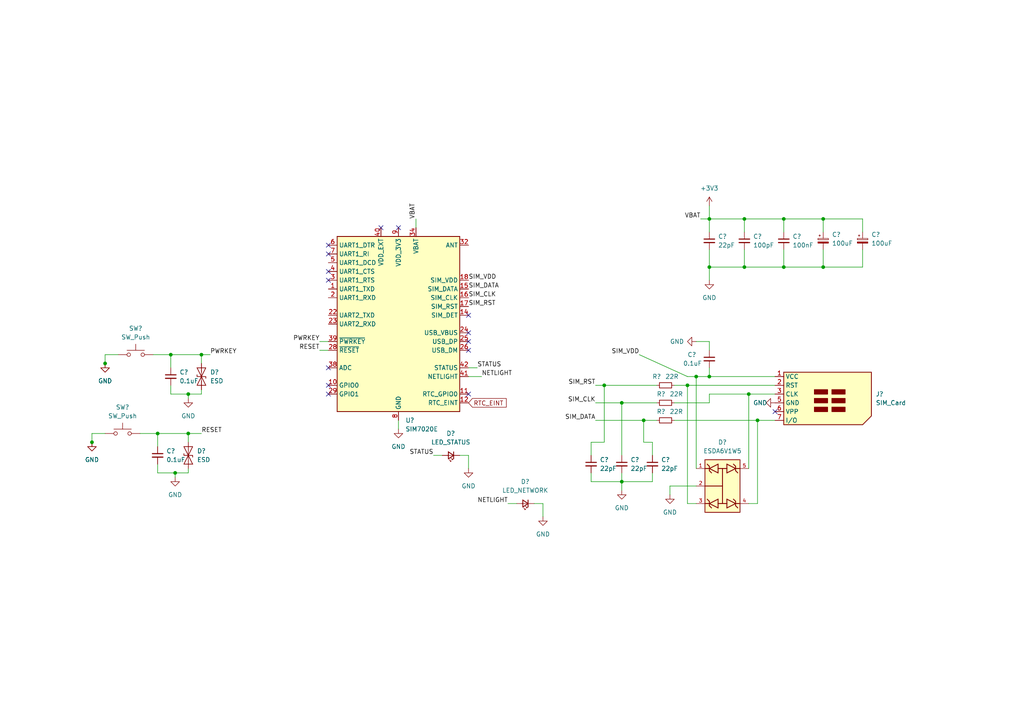
<source format=kicad_sch>
(kicad_sch (version 20211123) (generator eeschema)
  (paper "A4")
  (title_block (title "SIM7020E_SHEET") (date "2022-05-30") (rev "VERSION 1") (company "NANOHERTZ"))
  (lib_symbols
    (symbol "Connector:SIM_Card"
      (property "Reference" "J" (at -2.54 12.7 0))
      (property "Value" "SIM_Card" (at -1.27 10.16 0))
      (symbol "SIM_Card_0_1"
        (rectangle (start -1.27 -2.54) (end 2.54 -1.27) (stroke (width 0.254)) (fill (type outline)))
        (rectangle (start -1.27 0) (end 2.54 1.27) (stroke (width 0.254)) (fill (type outline)))
        (rectangle (start -1.27 2.54) (end 2.54 3.81) (stroke (width 0.254)) (fill (type outline)))
        (polyline (pts (xy -10.16 8.89) (xy 15.24 8.89) (xy 15.24 -3.81) (xy 12.7 -6.35) (xy -10.16 -6.35) (xy -10.16 8.89)) (stroke (width 0.254)) (fill (type background)))
        (rectangle (start 3.81 -1.27) (end 7.62 -2.54) (stroke (width 0.254)) (fill (type outline)))
        (rectangle (start 3.81 0) (end 7.62 1.27) (stroke (width 0.254)) (fill (type outline)))
        (rectangle (start 3.81 2.54) (end 7.62 3.81) (stroke (width 0.254)) (fill (type outline)))
      )
      (symbol "SIM_Card_1_1"
        (pin power_in line (at -12.7 7.62 0) (length 2.54) (name "VCC") (number "1"))
        (pin input line (at -12.7 5.08 0) (length 2.54) (name "RST") (number "2"))
        (pin input line (at -12.7 2.54 0) (length 2.54) (name "CLK") (number "3"))
        (pin power_in line (at -12.7 0 0) (length 2.54) (name "GND") (number "5"))
        (pin input line (at -12.7 -2.54 0) (length 2.54) (name "VPP") (number "6"))
        (pin bidirectional line (at -12.7 -5.08 0) (length 2.54) (name "I/O") (number "7"))
      )
    )
    (symbol "Device:C_Polarized_Small" (pin_numbers hide) (pin_names (offset 0.254) hide)
      (property "Reference" "C" (at 0.254 1.778 0))
      (property "Value" "C_Polarized_Small" (at 0.254 -2.032 0))
      (symbol "C_Polarized_Small_0_1"
        (rectangle (start -1.524 -0.3048) (end 1.524 -0.6858) (fill (type outline)))
        (rectangle (start -1.524 0.6858) (end 1.524 0.3048))
        (polyline (pts (xy -1.27 1.524) (xy -0.762 1.524)))
        (polyline (pts (xy -1.016 1.27) (xy -1.016 1.778)))
      )
      (symbol "C_Polarized_Small_1_1"
        (pin passive line (at 0 2.54 270) (length 1.8542) (name "~") (number "1"))
        (pin passive line (at 0 -2.54 90) (length 1.8542) (name "~") (number "2"))
      )
    )
    (symbol "Device:C_Small" (pin_numbers hide) (pin_names (offset 0.254) hide)
      (property "Reference" "C" (at 0.254 1.778 0))
      (property "Value" "C_Small" (at 0.254 -2.032 0))
      (symbol "C_Small_0_1"
        (polyline (pts (xy -1.524 -0.508) (xy 1.524 -0.508)) (stroke (width 0.3302)))
        (polyline (pts (xy -1.524 0.508) (xy 1.524 0.508)) (stroke (width 0.3048)))
      )
      (symbol "C_Small_1_1"
        (pin passive line (at 0 2.54 270) (length 2.032) (name "~") (number "1"))
        (pin passive line (at 0 -2.54 90) (length 2.032) (name "~") (number "2"))
      )
    )
    (symbol "Device:LED_Small" (pin_numbers hide) (pin_names (offset 0.254) hide)
      (property "Reference" "D" (at -1.27 3.175 0))
      (property "Value" "LED_Small" (at -4.445 -2.54 0))
      (symbol "LED_Small_0_1"
        (polyline (pts (xy -0.762 -1.016) (xy -0.762 1.016)) (stroke (width 0.254)))
        (polyline (pts (xy 1.016 0) (xy -0.762 0)))
        (polyline (pts (xy 0.762 -1.016) (xy -0.762 0) (xy 0.762 1.016) (xy 0.762 -1.016)) (stroke (width 0.254)))
        (polyline (pts (xy 0 0.762) (xy -0.508 1.27) (xy -0.254 1.27) (xy -0.508 1.27) (xy -0.508 1.016)))
        (polyline (pts (xy 0.508 1.27) (xy 0 1.778) (xy 0.254 1.778) (xy 0 1.778) (xy 0 1.524)))
      )
      (symbol "LED_Small_1_1"
        (pin passive line (at -2.54 0 0) (length 1.778) (name "K") (number "1"))
        (pin passive line (at 2.54 0 180) (length 1.778) (name "A") (number "2"))
      )
    )
    (symbol "Device:R_Small" (pin_numbers hide) (pin_names (offset 0.254) hide)
      (property "Reference" "R" (at 0.762 0.508 0))
      (property "Value" "R_Small" (at 0.762 -1.016 0))
      (symbol "R_Small_0_1"
        (rectangle (start -0.762 1.778) (end 0.762 -1.778) (stroke (width 0.2032)))
      )
      (symbol "R_Small_1_1"
        (pin passive line (at 0 2.54 270) (length 0.762) (name "~") (number "1"))
        (pin passive line (at 0 -2.54 90) (length 0.762) (name "~") (number "2"))
      )
    )
    (symbol "Diode:ESD9B3.3ST5G" (pin_numbers hide) (pin_names (offset 1.016) hide)
      (property "Reference" "D" (at 0 2.54 0))
      (property "Value" "ESD9B3.3ST5G" (at 0 -2.54 0))
      (symbol "ESD9B3.3ST5G_0_1"
        (polyline (pts (xy 1.27 0) (xy -1.27 0)))
        (polyline (pts (xy -2.54 -1.27) (xy 0 0) (xy -2.54 1.27) (xy -2.54 -1.27)) (stroke (width 0.2032)))
        (polyline (pts (xy 0.508 1.27) (xy 0 1.27) (xy 0 -1.27) (xy -0.508 -1.27)) (stroke (width 0.2032)))
        (polyline (pts (xy 2.54 1.27) (xy 2.54 -1.27) (xy 0 0) (xy 2.54 1.27)) (stroke (width 0.2032)))
      )
      (symbol "ESD9B3.3ST5G_1_1"
        (pin passive line (at -3.81 0 0) (length 2.54) (name "A1") (number "1"))
        (pin passive line (at 3.81 0 180) (length 2.54) (name "A2") (number "2"))
      )
    )
    (symbol "ESDA6V1W5:ESDA6V1W5" (pin_names (offset 1.016) hide)
      (property "Reference" "D" (at -5.08 8.89 0))
      (property "Value" "ESDA6V1W5" (at -5.08 -8.89 0))
      (symbol "ESDA6V1W5_0_0"
        (rectangle (start -5.08 -7.62) (end 5.08 7.62) (stroke (width 0.254)) (fill (type background)))
        (polyline (pts (xy -5.08 -5.08) (xy -3.81 -5.08)) (stroke (width 0.254)))
        (polyline (pts (xy -5.08 5.08) (xy -3.81 5.08)) (stroke (width 0.254)))
        (polyline (pts (xy -3.81 -5.715) (xy -3.81 -5.08)) (stroke (width 0.254)))
        (polyline (pts (xy -3.81 -5.08) (xy -3.81 -4.445)) (stroke (width 0.254)))
        (polyline (pts (xy -3.81 -5.08) (xy -1.27 -6.35)) (stroke (width 0.254)))
        (polyline (pts (xy -3.81 -4.445) (xy -4.445 -3.81)) (stroke (width 0.254)))
        (polyline (pts (xy -3.81 4.445) (xy -3.81 5.08)) (stroke (width 0.254)))
        (polyline (pts (xy -3.81 5.08) (xy -3.81 5.715)) (stroke (width 0.254)))
        (polyline (pts (xy -3.81 5.08) (xy -1.27 3.81)) (stroke (width 0.254)))
        (polyline (pts (xy -3.81 5.715) (xy -4.445 6.35)) (stroke (width 0.254)))
        (polyline (pts (xy -3.175 -6.35) (xy -3.81 -5.715)) (stroke (width 0.254)))
        (polyline (pts (xy -3.175 3.81) (xy -3.81 4.445)) (stroke (width 0.254)))
        (polyline (pts (xy -1.27 -6.35) (xy -1.27 -5.08)) (stroke (width 0.254)))
        (polyline (pts (xy -1.27 -5.08) (xy -1.27 -3.81)) (stroke (width 0.254)))
        (polyline (pts (xy -1.27 -3.81) (xy -3.81 -5.08)) (stroke (width 0.254)))
        (polyline (pts (xy -1.27 3.81) (xy -1.27 5.08)) (stroke (width 0.254)))
        (polyline (pts (xy -1.27 5.08) (xy -1.27 6.35)) (stroke (width 0.254)))
        (polyline (pts (xy -1.27 6.35) (xy -3.81 5.08)) (stroke (width 0.254)))
        (polyline (pts (xy 0 -5.08) (xy -1.27 -5.08)) (stroke (width 0.254)))
        (polyline (pts (xy 0 0) (xy -5.08 0)) (stroke (width 0.254)))
        (polyline (pts (xy 0 0) (xy 0 -5.08)) (stroke (width 0.254)))
        (polyline (pts (xy 0 5.08) (xy -1.27 5.08)) (stroke (width 0.254)))
        (polyline (pts (xy 0 5.08) (xy 0 0)) (stroke (width 0.254)))
        (polyline (pts (xy 1.27 -6.35) (xy 3.81 -5.08)) (stroke (width 0.254)))
        (polyline (pts (xy 1.27 -5.08) (xy 0 -5.08)) (stroke (width 0.254)))
        (polyline (pts (xy 1.27 -5.08) (xy 1.27 -6.35)) (stroke (width 0.254)))
        (polyline (pts (xy 1.27 -3.81) (xy 1.27 -5.08)) (stroke (width 0.254)))
        (polyline (pts (xy 1.27 3.81) (xy 3.81 5.08)) (stroke (width 0.254)))
        (polyline (pts (xy 1.27 5.08) (xy 0 5.08)) (stroke (width 0.254)))
        (polyline (pts (xy 1.27 5.08) (xy 1.27 3.81)) (stroke (width 0.254)))
        (polyline (pts (xy 1.27 6.35) (xy 1.27 5.08)) (stroke (width 0.254)))
        (polyline (pts (xy 3.175 -3.81) (xy 3.81 -4.445)) (stroke (width 0.254)))
        (polyline (pts (xy 3.175 6.35) (xy 3.81 5.715)) (stroke (width 0.254)))
        (polyline (pts (xy 3.81 -5.715) (xy 4.445 -6.35)) (stroke (width 0.254)))
        (polyline (pts (xy 3.81 -5.08) (xy 1.27 -3.81)) (stroke (width 0.254)))
        (polyline (pts (xy 3.81 -5.08) (xy 3.81 -5.715)) (stroke (width 0.254)))
        (polyline (pts (xy 3.81 -4.445) (xy 3.81 -5.08)) (stroke (width 0.254)))
        (polyline (pts (xy 3.81 4.445) (xy 4.445 3.81)) (stroke (width 0.254)))
        (polyline (pts (xy 3.81 5.08) (xy 1.27 6.35)) (stroke (width 0.254)))
        (polyline (pts (xy 3.81 5.08) (xy 3.81 4.445)) (stroke (width 0.254)))
        (polyline (pts (xy 3.81 5.715) (xy 3.81 5.08)) (stroke (width 0.254)))
        (polyline (pts (xy 5.08 -5.08) (xy 3.81 -5.08)) (stroke (width 0.254)))
        (polyline (pts (xy 5.08 5.08) (xy 3.81 5.08)) (stroke (width 0.254)))
        (pin passive line (at -7.62 5.08 0) (length 2.54) (name "~") (number "1"))
        (pin passive line (at -7.62 0 0) (length 2.54) (name "~") (number "2"))
        (pin passive line (at -7.62 -5.08 0) (length 2.54) (name "~") (number "3"))
        (pin passive line (at 7.62 -5.08 180) (length 2.54) (name "~") (number "4"))
        (pin passive line (at 7.62 5.08 180) (length 2.54) (name "~") (number "5"))
      )
    )
    (symbol "RF_GSM:SIM7020E"
      (property "Reference" "U" (at -15.24 26.67 0))
      (property "Value" "SIM7020E" (at 12.7 26.67 0))
      (symbol "SIM7020E_0_1"
        (rectangle (start -17.78 25.4) (end 17.78 -25.4) (stroke (width 0.254)) (fill (type background)))
      )
      (symbol "SIM7020E_1_1"
        (pin output line (at -20.32 10.16 0) (length 2.54) (name "UART1_TXD") (number "1"))
        (pin bidirectional line (at -20.32 -17.78 0) (length 2.54) (name "GPIO0") (number "10"))
        (pin output line (at 20.32 -20.32 180) (length 2.54) (name "RTC_GPIO0") (number "11"))
        (pin input line (at 20.32 -22.86 180) (length 2.54) (name "RTC_EINT") (number "12"))
        (pin passive line (at 0 -27.94 90) (length 2.54) hide (name "GND") (number "13"))
        (pin input line (at 20.32 2.54 180) (length 2.54) (name "SIM_DET") (number "14"))
        (pin bidirectional line (at 20.32 10.16 180) (length 2.54) (name "SIM_DATA") (number "15"))
        (pin output line (at 20.32 7.62 180) (length 2.54) (name "SIM_CLK") (number "16"))
        (pin output line (at 20.32 5.08 180) (length 2.54) (name "SIM_RST") (number "17"))
        (pin power_out line (at 20.32 12.7 180) (length 2.54) (name "SIM_VDD") (number "18"))
        (pin passive line (at 0 -27.94 90) (length 2.54) hide (name "GND") (number "19"))
        (pin input line (at -20.32 7.62 0) (length 2.54) (name "UART1_RXD") (number "2"))
        (pin no_connect line (at 17.78 17.78 180) (length 2.54) hide (name "NC") (number "20"))
        (pin passive line (at 0 -27.94 90) (length 2.54) hide (name "GND") (number "21"))
        (pin output line (at -20.32 2.54 0) (length 2.54) (name "UART2_TXD") (number "22"))
        (pin input line (at -20.32 0 0) (length 2.54) (name "UART2_RXD") (number "23"))
        (pin input line (at 20.32 -2.54 180) (length 2.54) (name "USB_VBUS") (number "24"))
        (pin bidirectional line (at 20.32 -5.08 180) (length 2.54) (name "USB_DP") (number "25"))
        (pin bidirectional line (at 20.32 -7.62 180) (length 2.54) (name "USB_DM") (number "26"))
        (pin passive line (at 0 -27.94 90) (length 2.54) hide (name "GND") (number "27"))
        (pin input line (at -20.32 -7.62 0) (length 2.54) (name "~{RESET}") (number "28"))
        (pin bidirectional line (at -20.32 -20.32 0) (length 2.54) (name "GPIO1") (number "29"))
        (pin input line (at -20.32 12.7 0) (length 2.54) (name "UART1_RTS") (number "3"))
        (pin passive line (at 0 -27.94 90) (length 2.54) hide (name "GND") (number "30"))
        (pin passive line (at 0 -27.94 90) (length 2.54) hide (name "GND") (number "31"))
        (pin passive line (at 20.32 22.86 180) (length 2.54) (name "ANT") (number "32"))
        (pin passive line (at 0 -27.94 90) (length 2.54) hide (name "GND") (number "33"))
        (pin power_in line (at 5.08 27.94 270) (length 2.54) (name "VBAT") (number "34"))
        (pin passive line (at 5.08 27.94 270) (length 2.54) hide (name "VBAT") (number "35"))
        (pin passive line (at 0 -27.94 90) (length 2.54) hide (name "GND") (number "36"))
        (pin passive line (at 0 -27.94 90) (length 2.54) hide (name "GND") (number "37"))
        (pin input line (at -20.32 -12.7 0) (length 2.54) (name "ADC") (number "38"))
        (pin input line (at -20.32 -5.08 0) (length 2.54) (name "~{PWRKEY}") (number "39"))
        (pin output line (at -20.32 15.24 0) (length 2.54) (name "UART1_CTS") (number "4"))
        (pin power_out line (at -5.08 27.94 270) (length 2.54) (name "VDD_EXT") (number "40"))
        (pin output line (at 20.32 -15.24 180) (length 2.54) (name "NETLIGHT") (number "41"))
        (pin output line (at 20.32 -12.7 180) (length 2.54) (name "STATUS") (number "42"))
        (pin output line (at -20.32 17.78 0) (length 2.54) (name "UART1_DCD") (number "5"))
        (pin input line (at -20.32 22.86 0) (length 2.54) (name "UART1_DTR") (number "6"))
        (pin output line (at -20.32 20.32 0) (length 2.54) (name "UART1_RI") (number "7"))
        (pin power_in line (at 0 -27.94 90) (length 2.54) (name "GND") (number "8"))
        (pin power_out line (at 0 27.94 270) (length 2.54) (name "VDD_3V3") (number "9"))
      )
    )
    (symbol "Switch:SW_Push" (pin_numbers hide) (pin_names (offset 1.016) hide)
      (property "Reference" "SW" (at 1.27 2.54 0))
      (property "Value" "SW_Push" (at 0 -1.524 0))
      (symbol "SW_Push_0_1"
        (circle (center -2.032 0) (radius 0.508))
        (polyline (pts (xy 0 1.27) (xy 0 3.048)))
        (polyline (pts (xy 2.54 1.27) (xy -2.54 1.27)))
        (circle (center 2.032 0) (radius 0.508))
        (pin passive line (at -5.08 0 0) (length 2.54) (name "1") (number "1"))
        (pin passive line (at 5.08 0 180) (length 2.54) (name "2") (number "2"))
      )
    )
    (symbol "power:+3.3V" (power) (pin_names (offset 0))
      (property "Value" "+3.3V" (at 0 3.556 0))
      (symbol "+3.3V_0_1"
        (polyline (pts (xy -0.762 1.27) (xy 0 2.54)))
        (polyline (pts (xy 0 0) (xy 0 2.54)))
        (polyline (pts (xy 0 2.54) (xy 0.762 1.27)))
      )
      (symbol "+3.3V_1_1"
        (pin power_in line (at 0 0 90) (length 0) hide (name "+3V3") (number "1"))
      )
    )
    (symbol "power:GND" (power) (pin_names (offset 0))
      (property "Value" "GND" (at 0 -3.81 0))
      (symbol "GND_0_1"
        (polyline (pts (xy 0 0) (xy 0 -1.27) (xy 1.27 -1.27) (xy 0 -2.54) (xy -1.27 -1.27) (xy 0 -1.27)))
      )
      (symbol "GND_1_1"
        (pin power_in line (at 0 0 270) (length 0) hide (name "GND") (number "1"))
      )
    )
  )
  (junction (at 217.17 114.3))
  (junction (at 49.53 102.87))
  (junction (at 238.76 63.5))
  (junction (at 205.74 77.47))
  (junction (at 58.42 102.87))
  (junction (at 215.9 63.5))
  (junction (at 54.61 114.3))
  (junction (at 227.33 63.5))
  (junction (at 201.93 109.22))
  (junction (at 175.26 111.76))
  (junction (at 45.72 125.73))
  (junction (at 205.74 63.5))
  (junction (at 180.34 139.7))
  (junction (at 215.9 77.47))
  (junction (at 50.8 137.16))
  (junction (at 227.33 77.47))
  (junction (at 26.67 128.27))
  (junction (at 205.74 109.22))
  (junction (at 30.48 105.41))
  (junction (at 219.71 121.92))
  (junction (at 186.69 121.92))
  (junction (at 180.34 116.84))
  (junction (at 54.61 125.73))
  (junction (at 199.39 111.76))
  (junction (at 238.76 77.47))
  (no_connect (at 95.25 111.76))
  (no_connect (at 95.25 114.3))
  (no_connect (at 95.25 81.28))
  (no_connect (at 95.25 78.74))
  (no_connect (at 135.89 96.52))
  (no_connect (at 135.89 99.06))
  (no_connect (at 135.89 101.6))
  (no_connect (at 224.79 119.38))
  (no_connect (at 135.89 114.3))
  (no_connect (at 110.49 66.04))
  (no_connect (at 115.57 66.04))
  (no_connect (at 95.25 71.12))
  (no_connect (at 95.25 73.66))
  (no_connect (at 135.89 91.44))
  (no_connect (at 95.25 106.68))
  (wire (pts (xy 205.74 106.68) (xy 205.74 109.22)))
  (wire (pts (xy 171.45 137.16) (xy 171.45 139.7)))
  (wire (pts (xy 205.74 101.6) (xy 205.74 99.06)))
  (wire (pts (xy 171.45 139.7) (xy 180.34 139.7)))
  (wire (pts (xy 180.34 116.84) (xy 180.34 132.08)))
  (wire (pts (xy 217.17 114.3) (xy 217.17 135.89)))
  (wire (pts (xy 217.17 146.05) (xy 219.71 146.05)))
  (wire (pts (xy 180.34 137.16) (xy 180.34 139.7)))
  (wire (pts (xy 34.29 102.87) (xy 30.48 102.87)))
  (wire (pts (xy 154.94 146.05) (xy 157.48 146.05)))
  (wire (pts (xy 40.64 125.73) (xy 45.72 125.73)))
  (wire (pts (xy 58.42 114.3) (xy 58.42 113.03)))
  (wire (pts (xy 135.89 109.22) (xy 139.7 109.22)))
  (wire (pts (xy 120.65 63.5) (xy 120.65 66.04)))
  (wire (pts (xy 30.48 125.73) (xy 26.67 125.73)))
  (wire (pts (xy 125.73 132.08) (xy 128.27 132.08)))
  (wire (pts (xy 92.71 101.6) (xy 95.25 101.6)))
  (wire (pts (xy 201.93 146.05) (xy 199.39 146.05)))
  (wire (pts (xy 238.76 77.47) (xy 227.33 77.47)))
  (wire (pts (xy 185.42 102.87) (xy 199.39 109.22)))
  (wire (pts (xy 54.61 114.3) (xy 58.42 114.3)))
  (wire (pts (xy 227.33 72.39) (xy 227.33 77.47)))
  (wire (pts (xy 201.93 109.22) (xy 205.74 109.22)))
  (wire (pts (xy 227.33 77.47) (xy 215.9 77.47)))
  (wire (pts (xy 250.19 63.5) (xy 250.19 67.31)))
  (wire (pts (xy 175.26 111.76) (xy 190.5 111.76)))
  (wire (pts (xy 215.9 72.39) (xy 215.9 77.47)))
  (wire (pts (xy 199.39 146.05) (xy 199.39 111.76)))
  (wire (pts (xy 45.72 125.73) (xy 45.72 129.54)))
  (wire (pts (xy 45.72 125.73) (xy 54.61 125.73)))
  (wire (pts (xy 205.74 109.22) (xy 224.79 109.22)))
  (wire (pts (xy 215.9 63.5) (xy 227.33 63.5)))
  (wire (pts (xy 44.45 102.87) (xy 49.53 102.87)))
  (wire (pts (xy 238.76 63.5) (xy 250.19 63.5)))
  (wire (pts (xy 219.71 146.05) (xy 219.71 121.92)))
  (wire (pts (xy 219.71 121.92) (xy 224.79 121.92)))
  (wire (pts (xy 227.33 63.5) (xy 238.76 63.5)))
  (wire (pts (xy 205.74 116.84) (xy 205.74 114.3)))
  (wire (pts (xy 189.23 139.7) (xy 189.23 137.16)))
  (wire (pts (xy 30.48 102.87) (xy 30.48 105.41)))
  (wire (pts (xy 217.17 114.3) (xy 224.79 114.3)))
  (wire (pts (xy 205.74 99.06) (xy 201.93 99.06)))
  (wire (pts (xy 203.2 63.5) (xy 205.74 63.5)))
  (wire (pts (xy 26.67 125.73) (xy 26.67 128.27)))
  (wire (pts (xy 180.34 139.7) (xy 189.23 139.7)))
  (wire (pts (xy 54.61 114.3) (xy 54.61 115.57)))
  (wire (pts (xy 205.74 77.47) (xy 205.74 81.28)))
  (wire (pts (xy 172.72 116.84) (xy 180.34 116.84)))
  (wire (pts (xy 238.76 72.39) (xy 238.76 77.47)))
  (wire (pts (xy 172.72 121.92) (xy 186.69 121.92)))
  (wire (pts (xy 180.34 116.84) (xy 190.5 116.84)))
  (wire (pts (xy 195.58 116.84) (xy 205.74 116.84)))
  (wire (pts (xy 189.23 132.08) (xy 189.23 128.27)))
  (wire (pts (xy 195.58 121.92) (xy 219.71 121.92)))
  (wire (pts (xy 54.61 137.16) (xy 54.61 135.89)))
  (wire (pts (xy 227.33 63.5) (xy 227.33 67.31)))
  (wire (pts (xy 54.61 125.73) (xy 54.61 128.27)))
  (wire (pts (xy 135.89 132.08) (xy 135.89 135.89)))
  (wire (pts (xy 49.53 102.87) (xy 49.53 106.68)))
  (wire (pts (xy 171.45 128.27) (xy 175.26 128.27)))
  (wire (pts (xy 205.74 67.31) (xy 205.74 63.5)))
  (wire (pts (xy 205.74 59.69) (xy 205.74 63.5)))
  (wire (pts (xy 205.74 114.3) (xy 217.17 114.3)))
  (wire (pts (xy 194.31 140.97) (xy 201.93 140.97)))
  (wire (pts (xy 157.48 146.05) (xy 157.48 149.86)))
  (wire (pts (xy 205.74 77.47) (xy 205.74 72.39)))
  (wire (pts (xy 50.8 137.16) (xy 54.61 137.16)))
  (wire (pts (xy 205.74 63.5) (xy 215.9 63.5)))
  (wire (pts (xy 58.42 102.87) (xy 60.96 102.87)))
  (wire (pts (xy 199.39 109.22) (xy 201.93 109.22)))
  (wire (pts (xy 133.35 132.08) (xy 135.89 132.08)))
  (wire (pts (xy 201.93 109.22) (xy 201.93 135.89)))
  (wire (pts (xy 58.42 102.87) (xy 58.42 105.41)))
  (wire (pts (xy 238.76 63.5) (xy 238.76 67.31)))
  (wire (pts (xy 138.43 106.68) (xy 135.89 106.68)))
  (wire (pts (xy 250.19 77.47) (xy 238.76 77.47)))
  (wire (pts (xy 180.34 139.7) (xy 180.34 142.24)))
  (wire (pts (xy 172.72 111.76) (xy 175.26 111.76)))
  (wire (pts (xy 49.53 111.76) (xy 49.53 114.3)))
  (wire (pts (xy 250.19 72.39) (xy 250.19 77.47)))
  (wire (pts (xy 215.9 63.5) (xy 215.9 67.31)))
  (wire (pts (xy 50.8 137.16) (xy 50.8 138.43)))
  (wire (pts (xy 49.53 102.87) (xy 58.42 102.87)))
  (wire (pts (xy 195.58 111.76) (xy 199.39 111.76)))
  (wire (pts (xy 199.39 111.76) (xy 224.79 111.76)))
  (wire (pts (xy 92.71 99.06) (xy 95.25 99.06)))
  (wire (pts (xy 45.72 134.62) (xy 45.72 137.16)))
  (wire (pts (xy 171.45 132.08) (xy 171.45 128.27)))
  (wire (pts (xy 175.26 128.27) (xy 175.26 111.76)))
  (wire (pts (xy 186.69 128.27) (xy 186.69 121.92)))
  (wire (pts (xy 49.53 114.3) (xy 54.61 114.3)))
  (wire (pts (xy 147.32 146.05) (xy 149.86 146.05)))
  (wire (pts (xy 186.69 121.92) (xy 190.5 121.92)))
  (wire (pts (xy 189.23 128.27) (xy 186.69 128.27)))
  (wire (pts (xy 194.31 143.51) (xy 194.31 140.97)))
  (wire (pts (xy 215.9 77.47) (xy 205.74 77.47)))
  (wire (pts (xy 115.57 121.92) (xy 115.57 124.46)))
  (wire (pts (xy 54.61 125.73) (xy 58.42 125.73)))
  (wire (pts (xy 45.72 137.16) (xy 50.8 137.16)))
  (label "RESET" (at 58.42 125.73 0))
  (label "SIM_RST" (at 135.89 88.9 0))
  (label "SIM_RST" (at 172.72 111.76 180))
  (label "RESET" (at 92.71 101.6 180))
  (label "PWRKEY" (at 60.96 102.87 0))
  (label "NETLIGHT" (at 147.32 146.05 180))
  (label "VBAT" (at 120.65 63.5 90))
  (label "STATUS" (at 138.43 106.68 0))
  (label "SIM_CLK" (at 135.89 86.36 0))
  (label "SIM_VDD" (at 185.42 102.87 180))
  (label "PWRKEY" (at 92.71 99.06 180))
  (label "SIM_DATA" (at 172.72 121.92 180))
  (label "VBAT" (at 203.2 63.5 180))
  (label "SIM_VDD" (at 135.89 81.28 0))
  (label "NETLIGHT" (at 139.7 109.22 0))
  (label "SIM_DATA" (at 135.89 83.82 0))
  (label "SIM_CLK" (at 172.72 116.84 180))
  (label "STATUS" (at 125.73 132.08 180))
  (global_label "RTC_EINT" (shape input) (at 135.89 116.84 0) (property "Intersheet References" "${INTERSHEET_REFS}" (effects hide)))
  (symbol (lib_id "power:GND") (at 157.48 149.86 0) (unit 1)
    (property "Reference" "#PWR?" (effects hide))
    (property "Value" "GND" (at 157.48 154.94 0))
  )
  (symbol (lib_id "Device:C_Small") (at 215.9 69.85 0) (unit 1)
    (property "Reference" "C?" (at 218.44 68.5862 0) (effects (justify left)))
    (property "Value" "100pF" (at 218.44 71.1262 0) (effects (justify left)))
  )
  (symbol (lib_id "power:GND") (at 54.61 115.57 0) (unit 1)
    (property "Reference" "#PWR?" (effects hide))
    (property "Value" "GND" (at 54.61 120.65 0))
  )
  (symbol (lib_id "Device:C_Small") (at 45.72 132.08 0) (unit 1)
    (property "Reference" "C?" (at 48.26 130.8162 0) (effects (justify left)))
    (property "Value" "0.1uF" (at 48.26 133.3562 0) (effects (justify left)))
  )
  (symbol (lib_id "Device:C_Small") (at 227.33 69.85 0) (unit 1)
    (property "Reference" "C?" (at 229.87 68.5862 0) (effects (justify left)))
    (property "Value" "100nF" (at 229.87 71.1262 0) (effects (justify left)))
  )
  (symbol (lib_id "power:GND") (at 135.89 135.89 0) (unit 1)
    (property "Reference" "#PWR?" (effects hide))
    (property "Value" "GND" (at 135.89 140.97 0))
  )
  (symbol (lib_id "power:GND") (at 224.79 116.84 270) (unit 1)
    (property "Reference" "#PWR?" (effects hide))
    (property "Value" "GND" (at 218.44 116.84 90) (effects (justify left)))
  )
  (symbol (lib_id "power:GND") (at 50.8 138.43 0) (unit 1)
    (property "Reference" "#PWR?" (effects hide))
    (property "Value" "GND" (at 50.8 143.51 0))
  )
  (symbol (lib_id "Device:C_Small") (at 171.45 134.62 0) (unit 1)
    (property "Reference" "C?" (at 173.99 133.3562 0) (effects (justify left)))
    (property "Value" "22pF" (at 173.99 135.8962 0) (effects (justify left)))
  )
  (symbol (lib_id "Switch:SW_Push") (at 35.56 125.73 0) (unit 1)
    (property "Reference" "SW?" (at 35.56 118.11 0))
    (property "Value" "SW_Push" (at 35.56 120.65 0))
  )
  (symbol (lib_id "power:GND") (at 26.67 128.27 0) (unit 1)
    (property "Reference" "#PWR?" (effects hide))
    (property "Value" "GND" (at 26.67 133.35 0))
  )
  (symbol (lib_id "Device:C_Polarized_Small") (at 250.19 69.85 0) (unit 1)
    (property "Reference" "C?" (at 252.73 68.0338 0) (effects (justify left)))
    (property "Value" "100uF" (at 252.73 70.5738 0) (effects (justify left)))
  )
  (symbol (lib_id "Device:C_Small") (at 189.23 134.62 0) (unit 1)
    (property "Reference" "C?" (at 191.77 133.3562 0) (effects (justify left)))
    (property "Value" "22pF" (at 191.77 135.8962 0) (effects (justify left)))
  )
  (symbol (lib_id "ESDA6V1W5:ESDA6V1W5") (at 209.55 140.97 0) (unit 1)
    (property "Reference" "D?" (at 209.55 128.27 0))
    (property "Value" "ESDA6V1W5" (at 209.55 130.81 0))
    (property "Footprint" "SOT65P210X110-5N" (effects hide))
    (property "STANDARD" "IPC-7351B" (effects hide))
    (property "MAXIMUM_PACKAGE_HEIGHT" "1.10mm" (effects hide))
    (property "MANUFACTURER" "STMicroelectronics" (effects hide))
    (property "PARTREV" "2" (effects hide))
  )
  (symbol (lib_id "power:GND") (at 205.74 81.28 0) (unit 1)
    (property "Reference" "#PWR?" (effects hide))
    (property "Value" "GND" (at 205.74 86.36 0))
  )
  (symbol (lib_id "power:GND") (at 26.67 128.27 0) (unit 1)
    (property "Reference" "#PWR?" (effects hide))
    (property "Value" "GND" (at 26.67 133.35 0))
  )
  (symbol (lib_id "Device:R_Small") (at 193.04 116.84 90) (unit 1)
    (property "Reference" "R?" (at 193.04 114.3 90) (effects (justify left)))
    (property "Value" "22R" (at 198.12 114.3 90) (effects (justify left)))
  )
  (symbol (lib_id "Switch:SW_Push") (at 39.37 102.87 0) (unit 1)
    (property "Reference" "SW?" (at 39.37 95.25 0))
    (property "Value" "SW_Push" (at 39.37 97.79 0))
  )
  (symbol (lib_id "power:GND") (at 180.34 142.24 0) (unit 1)
    (property "Reference" "#PWR?" (effects hide))
    (property "Value" "GND" (at 180.34 147.32 0))
  )
  (symbol (lib_id "Device:R_Small") (at 193.04 111.76 90) (unit 1)
    (property "Reference" "R?" (at 191.77 109.22 90) (effects (justify left)))
    (property "Value" "22R" (at 196.85 109.22 90) (effects (justify left)))
  )
  (symbol (lib_id "Device:C_Small") (at 205.74 104.14 0) (unit 1)
    (property "Reference" "C?" (at 199.39 102.87 0) (effects (justify left)))
    (property "Value" "0.1uF" (at 198.12 105.41 0) (effects (justify left)))
  )
  (symbol (lib_id "Device:C_Small") (at 49.53 109.22 0) (unit 1)
    (property "Reference" "C?" (at 52.07 107.9562 0) (effects (justify left)))
    (property "Value" "0.1uF" (at 52.07 110.4962 0) (effects (justify left)))
  )
  (symbol (lib_id "Connector:SIM_Card") (at 237.49 116.84 0) (unit 1)
    (property "Reference" "J?" (at 254 114.2999 0) (effects (justify left)))
    (property "Value" "SIM_Card" (at 254 116.8399 0) (effects (justify left)))
    (property "Datasheet" " ~" (effects hide))
  )
  (symbol (lib_id "RF_GSM:SIM7020E") (at 115.57 93.98 0) (unit 1)
    (property "Reference" "U?" (at 117.5894 121.92 0) (effects (justify left)))
    (property "Value" "SIM7020E" (at 117.5894 124.46 0) (effects (justify left)))
    (property "Footprint" "RF_GSM:SIMCom_SIM800C" (effects hide))
    (property "Datasheet" "https://simcom.ee/documents/SIM7020/SIM7020%20Hardware%20Design_V1.02.pdf" (effects hide))
  )
  (symbol (lib_id "Device:LED_Small") (at 130.81 132.08 180) (unit 1)
    (property "Reference" "D?" (at 130.7465 125.73 0))
    (property "Value" "LED_STATUS" (at 130.7465 128.27 0))
  )
  (symbol (lib_id "Device:LED_Small") (at 152.4 146.05 180) (unit 1)
    (property "Reference" "D?" (at 152.3365 139.7 0))
    (property "Value" "LED_NETWORK" (at 152.3365 142.24 0))
  )
  (symbol (lib_id "power:GND") (at 30.48 105.41 0) (unit 1)
    (property "Reference" "#PWR?" (effects hide))
    (property "Value" "GND" (at 30.48 110.49 0))
  )
  (symbol (lib_id "power:GND") (at 194.31 143.51 0) (unit 1)
    (property "Reference" "#PWR?" (effects hide))
    (property "Value" "GND" (at 194.31 148.59 0))
  )
  (symbol (lib_id "power:+3.3V") (at 205.74 59.69 0) (unit 1)
    (property "Reference" "#PWR?" (effects hide))
    (property "Value" "+3.3V" (at 205.74 54.61 0))
  )
  (symbol (lib_id "power:GND") (at 30.48 105.41 0) (unit 1)
    (property "Reference" "#PWR?" (effects hide))
    (property "Value" "GND" (at 30.48 110.49 0))
  )
  (symbol (lib_id "Device:C_Polarized_Small") (at 238.76 69.85 0) (unit 1)
    (property "Reference" "C?" (at 241.3 68.0338 0) (effects (justify left)))
    (property "Value" "100uF" (at 241.3 70.5738 0) (effects (justify left)))
  )
  (symbol (lib_id "Device:R_Small") (at 193.04 121.92 90) (unit 1)
    (property "Reference" "R?" (at 193.04 119.38 90) (effects (justify left)))
    (property "Value" "22R" (at 198.12 119.38 90) (effects (justify left)))
  )
  (symbol (lib_id "Device:C_Small") (at 205.74 69.85 0) (unit 1)
    (property "Reference" "C?" (at 208.28 68.5862 0) (effects (justify left)))
    (property "Value" "22pF" (at 208.28 71.1262 0) (effects (justify left)))
  )
  (symbol (lib_id "power:GND") (at 115.57 124.46 0) (unit 1)
    (property "Reference" "#PWR?" (effects hide))
    (property "Value" "GND" (at 115.57 129.54 0))
  )
  (symbol (lib_id "Diode:ESD9B3.3ST5G") (at 54.61 132.08 90) (unit 1)
    (property "Reference" "D?" (at 57.15 130.8099 90) (effects (justify right)))
    (property "Value" "ESD" (at 57.15 133.3499 90) (effects (justify right)))
    (property "Footprint" "Diode_SMD:D_SOD-923" (effects hide))
    (property "Datasheet" "https://www.onsemi.com/pub/Collateral/ESD9B-D.PDF" (effects hide))
  )
  (symbol (lib_id "Diode:ESD9B3.3ST5G") (at 58.42 109.22 90) (unit 1)
    (property "Reference" "D?" (at 60.96 107.9499 90) (effects (justify right)))
    (property "Value" "ESD" (at 60.96 110.4899 90) (effects (justify right)))
    (property "Footprint" "Diode_SMD:D_SOD-923" (effects hide))
    (property "Datasheet" "https://www.onsemi.com/pub/Collateral/ESD9B-D.PDF" (effects hide))
  )
  (symbol (lib_id "power:GND") (at 201.93 99.06 270) (unit 1)
    (property "Reference" "#PWR?" (effects hide))
    (property "Value" "GND" (at 194.31 99.06 90) (effects (justify left)))
  )
  (symbol (lib_id "Device:C_Small") (at 180.34 134.62 0) (unit 1)
    (property "Reference" "C?" (at 182.88 133.3562 0) (effects (justify left)))
    (property "Value" "22pF" (at 182.88 135.8962 0) (effects (justify left)))
  )
)
</source>
